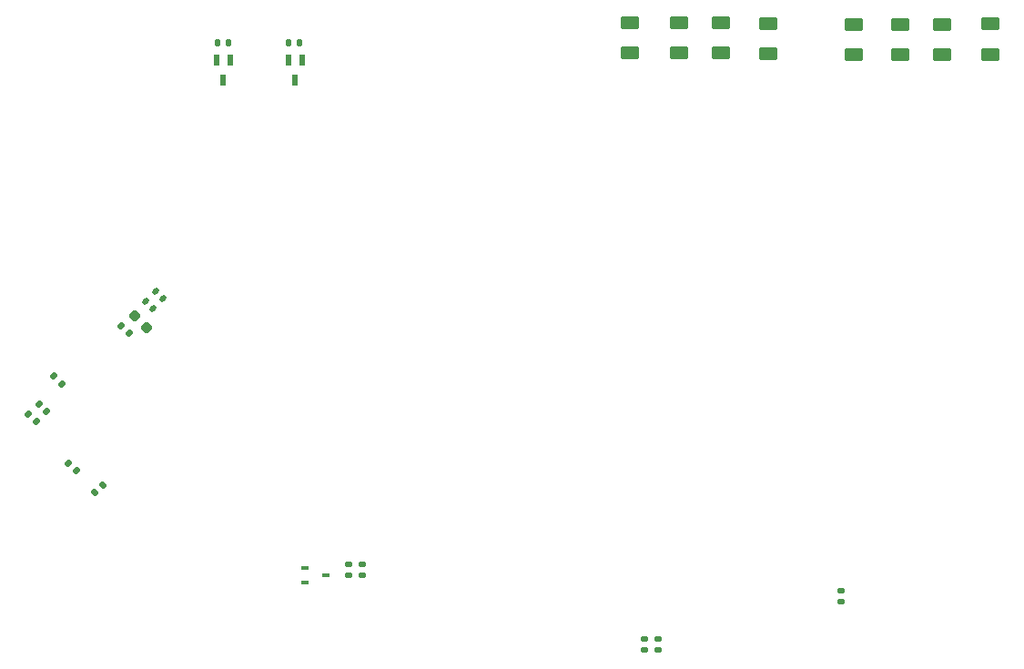
<source format=gbr>
%TF.GenerationSoftware,KiCad,Pcbnew,(6.0.8)*%
%TF.CreationDate,2023-05-29T03:20:34+02:00*%
%TF.ProjectId,pdms,70646d73-2e6b-4696-9361-645f70636258,rev?*%
%TF.SameCoordinates,Original*%
%TF.FileFunction,Paste,Bot*%
%TF.FilePolarity,Positive*%
%FSLAX46Y46*%
G04 Gerber Fmt 4.6, Leading zero omitted, Abs format (unit mm)*
G04 Created by KiCad (PCBNEW (6.0.8)) date 2023-05-29 03:20:34*
%MOMM*%
%LPD*%
G01*
G04 APERTURE LIST*
G04 Aperture macros list*
%AMRoundRect*
0 Rectangle with rounded corners*
0 $1 Rounding radius*
0 $2 $3 $4 $5 $6 $7 $8 $9 X,Y pos of 4 corners*
0 Add a 4 corners polygon primitive as box body*
4,1,4,$2,$3,$4,$5,$6,$7,$8,$9,$2,$3,0*
0 Add four circle primitives for the rounded corners*
1,1,$1+$1,$2,$3*
1,1,$1+$1,$4,$5*
1,1,$1+$1,$6,$7*
1,1,$1+$1,$8,$9*
0 Add four rect primitives between the rounded corners*
20,1,$1+$1,$2,$3,$4,$5,0*
20,1,$1+$1,$4,$5,$6,$7,0*
20,1,$1+$1,$6,$7,$8,$9,0*
20,1,$1+$1,$8,$9,$2,$3,0*%
G04 Aperture macros list end*
%ADD10RoundRect,0.135000X0.185000X-0.135000X0.185000X0.135000X-0.185000X0.135000X-0.185000X-0.135000X0*%
%ADD11RoundRect,0.135000X0.135000X0.185000X-0.135000X0.185000X-0.135000X-0.185000X0.135000X-0.185000X0*%
%ADD12RoundRect,0.135000X-0.226274X-0.035355X-0.035355X-0.226274X0.226274X0.035355X0.035355X0.226274X0*%
%ADD13RoundRect,0.135000X0.226274X0.035355X0.035355X0.226274X-0.226274X-0.035355X-0.035355X-0.226274X0*%
%ADD14RoundRect,0.250000X0.625000X-0.375000X0.625000X0.375000X-0.625000X0.375000X-0.625000X-0.375000X0*%
%ADD15R,0.700000X0.450000*%
%ADD16R,0.550000X1.000000*%
%ADD17RoundRect,0.135000X-0.185000X0.135000X-0.185000X-0.135000X0.185000X-0.135000X0.185000X0.135000X0*%
%ADD18RoundRect,0.135000X-0.135000X-0.185000X0.135000X-0.185000X0.135000X0.185000X-0.135000X0.185000X0*%
%ADD19RoundRect,0.140000X-0.219203X-0.021213X-0.021213X-0.219203X0.219203X0.021213X0.021213X0.219203X0*%
%ADD20RoundRect,0.218750X0.335876X0.026517X0.026517X0.335876X-0.335876X-0.026517X-0.026517X-0.335876X0*%
%ADD21RoundRect,0.135000X0.035355X-0.226274X0.226274X-0.035355X-0.035355X0.226274X-0.226274X0.035355X0*%
G04 APERTURE END LIST*
D10*
%TO.C,R72*%
X106250000Y-151000000D03*
X106250000Y-149980000D03*
%TD*%
D11*
%TO.C,R59*%
X49325400Y-98994400D03*
X48305400Y-98994400D03*
%TD*%
D12*
%TO.C,C44*%
X33062873Y-130014631D03*
X33784121Y-130735879D03*
%TD*%
D13*
%TO.C,C52*%
X40049480Y-126041584D03*
X39328232Y-125320336D03*
%TD*%
D14*
%TO.C,F12*%
X95156345Y-99935773D03*
X95156345Y-97135773D03*
%TD*%
D10*
%TO.C,R170*%
X89250000Y-155500000D03*
X89250000Y-154480000D03*
%TD*%
D13*
%TO.C,R73*%
X31410624Y-134260624D03*
X30689376Y-133539376D03*
%TD*%
D10*
%TO.C,R168*%
X61750000Y-148510000D03*
X61750000Y-147490000D03*
%TD*%
D14*
%TO.C,F11*%
X91193945Y-99977373D03*
X91193945Y-97177373D03*
%TD*%
%TO.C,F14*%
X107492800Y-100079000D03*
X107492800Y-97279000D03*
%TD*%
%TO.C,F15*%
X111760000Y-100079000D03*
X111760000Y-97279000D03*
%TD*%
%TO.C,F13*%
X99525145Y-100037373D03*
X99525145Y-97237373D03*
%TD*%
%TO.C,F17*%
X120142000Y-100076000D03*
X120142000Y-97276000D03*
%TD*%
D15*
%TO.C,D4*%
X56385800Y-149189200D03*
X56385800Y-147889200D03*
X58385800Y-148539200D03*
%TD*%
D16*
%TO.C,D28*%
X48175400Y-100594400D03*
X49475400Y-100594400D03*
X48825400Y-102494400D03*
%TD*%
D17*
%TO.C,R167*%
X60500000Y-147490000D03*
X60500000Y-148510000D03*
%TD*%
D18*
%TO.C,R58*%
X54915400Y-98994400D03*
X55935400Y-98994400D03*
%TD*%
D13*
%TO.C,R74*%
X32410624Y-133310624D03*
X31689376Y-132589376D03*
%TD*%
D16*
%TO.C,D27*%
X54875400Y-100610400D03*
X56175400Y-100610400D03*
X55525400Y-102510400D03*
%TD*%
D19*
%TO.C,C80*%
X42568195Y-122094515D03*
X43247017Y-122773337D03*
%TD*%
D14*
%TO.C,F10*%
X86674745Y-99977373D03*
X86674745Y-97177373D03*
%TD*%
D20*
%TO.C,L1*%
X41712243Y-125549084D03*
X40598549Y-124435390D03*
%TD*%
D14*
%TO.C,F16*%
X115697000Y-100082000D03*
X115697000Y-97282000D03*
%TD*%
D10*
%TO.C,R169*%
X88000000Y-155510000D03*
X88000000Y-154490000D03*
%TD*%
D12*
%TO.C,R56*%
X34439376Y-138089376D03*
X35160624Y-138810624D03*
%TD*%
D19*
%TO.C,C83*%
X41634249Y-123028463D03*
X42313071Y-123707285D03*
%TD*%
D21*
%TO.C,C51*%
X36889376Y-140860624D03*
X37610624Y-140139376D03*
%TD*%
M02*

</source>
